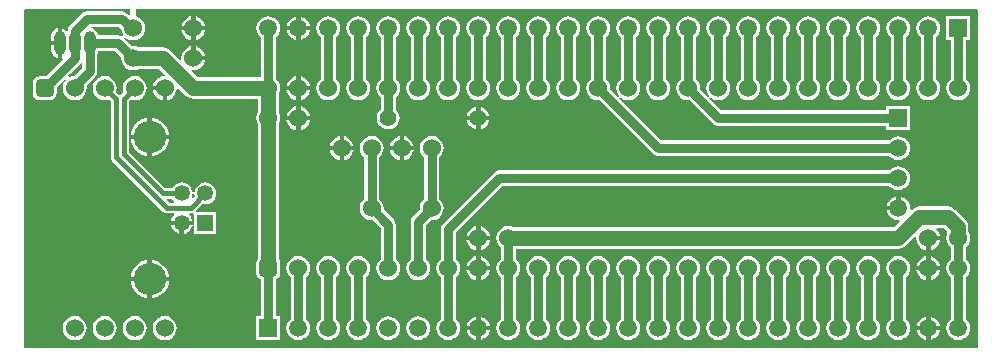
<source format=gtl>
G04*
G04 #@! TF.GenerationSoftware,Altium Limited,Altium Designer,20.0.10 (225)*
G04*
G04 Layer_Physical_Order=1*
G04 Layer_Color=255*
%FSLAX25Y25*%
%MOIN*%
G70*
G01*
G75*
%ADD25C,0.03000*%
%ADD26C,0.05000*%
%ADD27C,0.01500*%
%ADD28C,0.06000*%
G04:AMPARAMS|DCode=29|XSize=60mil|YSize=60mil|CornerRadius=15mil|HoleSize=0mil|Usage=FLASHONLY|Rotation=0.000|XOffset=0mil|YOffset=0mil|HoleType=Round|Shape=RoundedRectangle|*
%AMROUNDEDRECTD29*
21,1,0.06000,0.03000,0,0,0.0*
21,1,0.03000,0.06000,0,0,0.0*
1,1,0.03000,0.01500,-0.01500*
1,1,0.03000,-0.01500,-0.01500*
1,1,0.03000,-0.01500,0.01500*
1,1,0.03000,0.01500,0.01500*
%
%ADD29ROUNDEDRECTD29*%
%ADD30O,0.03937X0.07874*%
%ADD31O,0.03937X0.07874*%
%ADD32C,0.10827*%
%ADD33C,0.05315*%
%ADD34R,0.05315X0.05315*%
%ADD35C,0.05906*%
%ADD36R,0.05906X0.05906*%
%ADD37R,0.05906X0.05906*%
%ADD38C,0.05512*%
G36*
X33523Y107060D02*
X33603Y106456D01*
X34006Y105483D01*
X34094Y105368D01*
X34088Y105363D01*
X33956Y105261D01*
X33626Y104885D01*
X33481Y104851D01*
X33475Y104855D01*
X32500Y105049D01*
X25918D01*
X25892Y105244D01*
X25593Y105966D01*
X25117Y106586D01*
X24497Y107062D01*
X23775Y107361D01*
X23548Y107895D01*
X23587Y107951D01*
X32632D01*
X33523Y107060D01*
D02*
G37*
G36*
X20451Y95797D02*
Y94162D01*
X17796Y91508D01*
X16956Y91397D01*
X16202Y91085D01*
X15982Y91208D01*
X15897Y91792D01*
X16302Y92198D01*
X16302Y92198D01*
X19744Y95639D01*
X19951Y95949D01*
X20451Y95797D01*
D02*
G37*
G36*
X1999Y113977D02*
X2000Y113977D01*
X2000Y113977D01*
X36500D01*
Y112000D01*
X36000Y111793D01*
X35491Y112302D01*
X34664Y112855D01*
X33688Y113049D01*
X22000D01*
X21024Y112855D01*
X20198Y112302D01*
X16377Y108482D01*
X15824Y107655D01*
X15640Y106726D01*
X15508Y106652D01*
X15130Y106569D01*
X15117Y106586D01*
X14497Y107062D01*
X13775Y107361D01*
X13750Y107364D01*
Y102500D01*
Y97636D01*
X13775Y97639D01*
X13865Y97676D01*
X14148Y97253D01*
X12698Y95802D01*
X12698Y95802D01*
X8444Y91549D01*
X6500D01*
X5525Y91355D01*
X4698Y90802D01*
X4145Y89976D01*
X3951Y89000D01*
Y86000D01*
X4145Y85024D01*
X4698Y84198D01*
X5525Y83645D01*
X6500Y83451D01*
X9500D01*
X10475Y83645D01*
X11302Y84198D01*
X11855Y85024D01*
X12049Y86000D01*
Y87944D01*
X14712Y90608D01*
X15089Y90277D01*
X14506Y89517D01*
X14103Y88544D01*
X13965Y87500D01*
X14103Y86456D01*
X14506Y85483D01*
X15147Y84647D01*
X15983Y84006D01*
X16956Y83603D01*
X18000Y83465D01*
X19044Y83603D01*
X20017Y84006D01*
X20853Y84647D01*
X21494Y85483D01*
X21897Y86456D01*
X22035Y87500D01*
X21914Y88416D01*
X24802Y91304D01*
X25355Y92131D01*
X25549Y93107D01*
Y98977D01*
X25593Y99035D01*
X25892Y99757D01*
X25918Y99951D01*
X31444D01*
X33516Y97880D01*
X33465Y97500D01*
X33603Y96456D01*
X34006Y95483D01*
X34647Y94647D01*
X35483Y94006D01*
X36456Y93603D01*
X37500Y93466D01*
X38544Y93603D01*
X39430Y93970D01*
X46038D01*
X47993Y92015D01*
X47793Y91507D01*
X46956Y91397D01*
X45983Y90994D01*
X45147Y90353D01*
X44506Y89517D01*
X44103Y88544D01*
X44064Y88250D01*
X48000D01*
Y87500D01*
X48750D01*
Y83564D01*
X49044Y83603D01*
X50017Y84006D01*
X50853Y84647D01*
X51494Y85483D01*
X51897Y86456D01*
X52007Y87293D01*
X52515Y87493D01*
X55004Y85004D01*
X55735Y84443D01*
X56586Y84090D01*
X57500Y83970D01*
X57500Y83970D01*
X78970D01*
Y79430D01*
X78603Y78544D01*
X78465Y77500D01*
X78603Y76456D01*
X78970Y75570D01*
Y30461D01*
X78645Y29976D01*
X78451Y29000D01*
Y26000D01*
X78645Y25025D01*
X79198Y24198D01*
X79951Y23694D01*
Y11453D01*
X78547D01*
Y3547D01*
X86453D01*
Y11453D01*
X85049D01*
Y23694D01*
X85802Y24198D01*
X86355Y25025D01*
X86549Y26000D01*
Y29000D01*
X86355Y29976D01*
X86030Y30461D01*
Y75570D01*
X86397Y76456D01*
X86535Y77500D01*
X86397Y78544D01*
X86030Y79430D01*
Y85570D01*
X86397Y86456D01*
X86535Y87500D01*
X86397Y88544D01*
X85994Y89517D01*
X85353Y90353D01*
X85049Y90586D01*
Y104474D01*
X85319Y104681D01*
X85953Y105507D01*
X86351Y106468D01*
X86487Y107500D01*
X86351Y108532D01*
X85953Y109493D01*
X85319Y110319D01*
X84493Y110953D01*
X83532Y111351D01*
X82500Y111487D01*
X81468Y111351D01*
X80507Y110953D01*
X79681Y110319D01*
X79047Y109493D01*
X78649Y108532D01*
X78513Y107500D01*
X78649Y106468D01*
X79047Y105507D01*
X79681Y104681D01*
X79951Y104474D01*
Y91030D01*
X58962D01*
X56960Y93032D01*
X57194Y93506D01*
X57500Y93466D01*
X58544Y93603D01*
X59517Y94006D01*
X60353Y94647D01*
X60994Y95483D01*
X61397Y96456D01*
X61436Y96750D01*
X57500D01*
Y97500D01*
X56750D01*
Y101436D01*
X56456Y101397D01*
X55483Y100994D01*
X54647Y100353D01*
X54006Y99517D01*
X53603Y98544D01*
X53465Y97500D01*
X53506Y97194D01*
X53032Y96960D01*
X49996Y99996D01*
X49265Y100557D01*
X48414Y100910D01*
X47500Y101030D01*
X39430D01*
X38544Y101397D01*
X37500Y101534D01*
X37120Y101485D01*
X34392Y104212D01*
X34723Y104589D01*
X35483Y104006D01*
X36456Y103603D01*
X37500Y103465D01*
X38544Y103603D01*
X39517Y104006D01*
X40353Y104647D01*
X40994Y105483D01*
X41397Y106456D01*
X41535Y107500D01*
X41397Y108544D01*
X40994Y109517D01*
X40353Y110353D01*
X39517Y110994D01*
X38544Y111397D01*
X38500Y111403D01*
Y113977D01*
X318607Y113977D01*
X318636Y113957D01*
X318838Y113758D01*
X318986Y113527D01*
X318981Y113500D01*
X318980Y1020D01*
X1020D01*
X1020Y112999D01*
X1020Y113194D01*
X1169Y113554D01*
X1445Y113829D01*
X1805Y113977D01*
X1999Y113977D01*
D02*
G37*
%LPC*%
G36*
X93250Y111388D02*
Y108250D01*
X96388D01*
X96351Y108532D01*
X95953Y109493D01*
X95319Y110319D01*
X94493Y110953D01*
X93532Y111351D01*
X93250Y111388D01*
D02*
G37*
G36*
X58250Y111436D02*
Y108250D01*
X61436D01*
X61397Y108544D01*
X60994Y109517D01*
X60353Y110353D01*
X59517Y110994D01*
X58544Y111397D01*
X58250Y111436D01*
D02*
G37*
G36*
X56750D02*
X56456Y111397D01*
X55483Y110994D01*
X54647Y110353D01*
X54006Y109517D01*
X53603Y108544D01*
X53564Y108250D01*
X56750D01*
Y111436D01*
D02*
G37*
G36*
X91750Y111388D02*
X91468Y111351D01*
X90507Y110953D01*
X89681Y110319D01*
X89047Y109493D01*
X88649Y108532D01*
X88612Y108250D01*
X91750D01*
Y111388D01*
D02*
G37*
G36*
X96388Y106750D02*
X93250D01*
Y103612D01*
X93532Y103649D01*
X94493Y104047D01*
X95319Y104681D01*
X95953Y105507D01*
X96351Y106468D01*
X96388Y106750D01*
D02*
G37*
G36*
X91750D02*
X88612D01*
X88649Y106468D01*
X89047Y105507D01*
X89681Y104681D01*
X90507Y104047D01*
X91468Y103649D01*
X91750Y103612D01*
Y106750D01*
D02*
G37*
G36*
X61436D02*
X58250D01*
Y103564D01*
X58544Y103603D01*
X59517Y104006D01*
X60353Y104647D01*
X60994Y105483D01*
X61397Y106456D01*
X61436Y106750D01*
D02*
G37*
G36*
X56750D02*
X53564D01*
X53603Y106456D01*
X54006Y105483D01*
X54647Y104647D01*
X55483Y104006D01*
X56456Y103603D01*
X56750Y103564D01*
Y106750D01*
D02*
G37*
G36*
X12250Y107364D02*
X12225Y107361D01*
X11503Y107062D01*
X10883Y106586D01*
X10407Y105966D01*
X10108Y105243D01*
X10006Y104469D01*
Y103250D01*
X12250D01*
Y107364D01*
D02*
G37*
G36*
X58250Y101436D02*
Y98250D01*
X61436D01*
X61397Y98544D01*
X60994Y99517D01*
X60353Y100353D01*
X59517Y100994D01*
X58544Y101397D01*
X58250Y101436D01*
D02*
G37*
G36*
X12250Y101750D02*
X10006D01*
Y100531D01*
X10108Y99756D01*
X10407Y99034D01*
X10883Y98414D01*
X11503Y97939D01*
X12225Y97639D01*
X12250Y97636D01*
Y101750D01*
D02*
G37*
G36*
X93250Y91436D02*
Y88250D01*
X96436D01*
X96397Y88544D01*
X95994Y89517D01*
X95353Y90353D01*
X94517Y90994D01*
X93544Y91397D01*
X93250Y91436D01*
D02*
G37*
G36*
X91750D02*
X91456Y91397D01*
X90483Y90994D01*
X89647Y90353D01*
X89006Y89517D01*
X88603Y88544D01*
X88564Y88250D01*
X91750D01*
Y91436D01*
D02*
G37*
G36*
X38000Y91535D02*
X36956Y91397D01*
X35983Y90994D01*
X35147Y90353D01*
X34506Y89517D01*
X34103Y88544D01*
X33966Y87500D01*
X34103Y86456D01*
X34200Y86223D01*
X33000Y85023D01*
X31800Y86223D01*
X31897Y86456D01*
X32035Y87500D01*
X31897Y88544D01*
X31494Y89517D01*
X30853Y90353D01*
X30017Y90994D01*
X29044Y91397D01*
X28000Y91535D01*
X26956Y91397D01*
X25983Y90994D01*
X25147Y90353D01*
X24506Y89517D01*
X24103Y88544D01*
X23966Y87500D01*
X24103Y86456D01*
X24506Y85483D01*
X25147Y84647D01*
X25983Y84006D01*
X26956Y83603D01*
X28000Y83465D01*
X29044Y83603D01*
X29277Y83700D01*
X29966Y83011D01*
Y64482D01*
X30101Y63799D01*
X30488Y63221D01*
X31354Y62354D01*
X43738Y49971D01*
X43738Y49970D01*
X47471Y46238D01*
X48049Y45851D01*
X48732Y45716D01*
X50968D01*
X51129Y45242D01*
X51037Y45171D01*
X50451Y44407D01*
X50082Y43518D01*
X50055Y43313D01*
X53646D01*
X57236D01*
X57209Y43518D01*
X56840Y44407D01*
X56254Y45171D01*
X56162Y45242D01*
X56323Y45716D01*
X56614D01*
X57297Y45851D01*
X57362Y45895D01*
X57862Y45628D01*
Y38906D01*
X65177D01*
Y46220D01*
X58565D01*
X58358Y46720D01*
X60505Y48867D01*
X60565Y48842D01*
X61520Y48717D01*
X62475Y48842D01*
X63364Y49211D01*
X64128Y49797D01*
X64714Y50561D01*
X65083Y51451D01*
X65209Y52406D01*
X65083Y53360D01*
X64714Y54250D01*
X64128Y55014D01*
X63364Y55600D01*
X62475Y55969D01*
X61520Y56095D01*
X60565Y55969D01*
X59675Y55600D01*
X58911Y55014D01*
X58325Y54250D01*
X57956Y53360D01*
X57831Y52406D01*
X57956Y51451D01*
X57981Y51390D01*
X57544Y50953D01*
X57120Y51237D01*
X57209Y51451D01*
X57335Y52406D01*
X57209Y53360D01*
X56840Y54250D01*
X56254Y55014D01*
X55490Y55600D01*
X54601Y55969D01*
X53646Y56095D01*
X52691Y55969D01*
X51801Y55600D01*
X51037Y55014D01*
X50451Y54250D01*
X50426Y54190D01*
X48101D01*
X36034Y66257D01*
Y83011D01*
X36723Y83700D01*
X36956Y83603D01*
X38000Y83465D01*
X39044Y83603D01*
X40017Y84006D01*
X40853Y84647D01*
X41494Y85483D01*
X41897Y86456D01*
X42035Y87500D01*
X41897Y88544D01*
X41494Y89517D01*
X40853Y90353D01*
X40017Y90994D01*
X39044Y91397D01*
X38000Y91535D01*
D02*
G37*
G36*
X232500Y111487D02*
X231468Y111351D01*
X230507Y110953D01*
X229681Y110319D01*
X229047Y109493D01*
X228649Y108532D01*
X228513Y107500D01*
X228649Y106468D01*
X229047Y105507D01*
X229681Y104681D01*
X229951Y104474D01*
Y90586D01*
X229647Y90353D01*
X229006Y89517D01*
X228603Y88544D01*
X228466Y87500D01*
X228603Y86456D01*
X229006Y85483D01*
X229414Y84952D01*
X229589Y84723D01*
X229212Y84392D01*
X226484Y87120D01*
X226535Y87500D01*
X226397Y88544D01*
X225994Y89517D01*
X225353Y90353D01*
X225049Y90586D01*
Y104474D01*
X225319Y104681D01*
X225953Y105507D01*
X226351Y106468D01*
X226487Y107500D01*
X226351Y108532D01*
X225953Y109493D01*
X225319Y110319D01*
X224493Y110953D01*
X223532Y111351D01*
X222500Y111487D01*
X221468Y111351D01*
X220507Y110953D01*
X219681Y110319D01*
X219047Y109493D01*
X218649Y108532D01*
X218513Y107500D01*
X218649Y106468D01*
X219047Y105507D01*
X219681Y104681D01*
X219951Y104474D01*
Y90586D01*
X219647Y90353D01*
X219006Y89517D01*
X218603Y88544D01*
X218465Y87500D01*
X218603Y86456D01*
X219006Y85483D01*
X219647Y84647D01*
X220483Y84006D01*
X221456Y83603D01*
X222500Y83465D01*
X222880Y83516D01*
X230698Y75698D01*
X231524Y75145D01*
X232500Y74951D01*
X288547D01*
Y73547D01*
X296453D01*
Y81453D01*
X288547D01*
Y80049D01*
X233556D01*
X229392Y84212D01*
X229723Y84589D01*
X229952Y84413D01*
X230483Y84006D01*
X231456Y83603D01*
X232500Y83465D01*
X233544Y83603D01*
X234517Y84006D01*
X235353Y84647D01*
X235994Y85483D01*
X236397Y86456D01*
X236535Y87500D01*
X236397Y88544D01*
X235994Y89517D01*
X235353Y90353D01*
X235049Y90586D01*
Y104474D01*
X235319Y104681D01*
X235953Y105507D01*
X236351Y106468D01*
X236487Y107500D01*
X236351Y108532D01*
X235953Y109493D01*
X235319Y110319D01*
X234493Y110953D01*
X233532Y111351D01*
X232500Y111487D01*
D02*
G37*
G36*
X202500D02*
X201468Y111351D01*
X200507Y110953D01*
X199681Y110319D01*
X199047Y109493D01*
X198649Y108532D01*
X198513Y107500D01*
X198649Y106468D01*
X199047Y105507D01*
X199681Y104681D01*
X199951Y104474D01*
Y90586D01*
X199647Y90353D01*
X199006Y89517D01*
X198603Y88544D01*
X198466Y87500D01*
X198603Y86456D01*
X199006Y85483D01*
X199414Y84952D01*
X199589Y84723D01*
X199212Y84392D01*
X196484Y87120D01*
X196535Y87500D01*
X196397Y88544D01*
X195994Y89517D01*
X195353Y90353D01*
X195049Y90586D01*
Y104474D01*
X195319Y104681D01*
X195953Y105507D01*
X196351Y106468D01*
X196487Y107500D01*
X196351Y108532D01*
X195953Y109493D01*
X195319Y110319D01*
X194493Y110953D01*
X193532Y111351D01*
X192500Y111487D01*
X191468Y111351D01*
X190507Y110953D01*
X189681Y110319D01*
X189047Y109493D01*
X188649Y108532D01*
X188513Y107500D01*
X188649Y106468D01*
X189047Y105507D01*
X189681Y104681D01*
X189951Y104474D01*
Y90586D01*
X189647Y90353D01*
X189006Y89517D01*
X188603Y88544D01*
X188465Y87500D01*
X188603Y86456D01*
X189006Y85483D01*
X189647Y84647D01*
X190483Y84006D01*
X191456Y83603D01*
X192500Y83465D01*
X192880Y83516D01*
X210698Y65698D01*
X211525Y65145D01*
X212500Y64951D01*
X289474D01*
X289681Y64681D01*
X290507Y64047D01*
X291468Y63649D01*
X292500Y63513D01*
X293532Y63649D01*
X294493Y64047D01*
X295319Y64681D01*
X295953Y65507D01*
X296351Y66468D01*
X296487Y67500D01*
X296351Y68532D01*
X295953Y69493D01*
X295319Y70319D01*
X294493Y70953D01*
X293532Y71351D01*
X292500Y71487D01*
X291468Y71351D01*
X290507Y70953D01*
X289681Y70319D01*
X289474Y70049D01*
X213556D01*
X199392Y84212D01*
X199723Y84589D01*
X199952Y84413D01*
X200483Y84006D01*
X201456Y83603D01*
X202500Y83465D01*
X203544Y83603D01*
X204517Y84006D01*
X205353Y84647D01*
X205994Y85483D01*
X206397Y86456D01*
X206535Y87500D01*
X206397Y88544D01*
X205994Y89517D01*
X205353Y90353D01*
X205049Y90586D01*
Y104474D01*
X205319Y104681D01*
X205953Y105507D01*
X206351Y106468D01*
X206487Y107500D01*
X206351Y108532D01*
X205953Y109493D01*
X205319Y110319D01*
X204493Y110953D01*
X203532Y111351D01*
X202500Y111487D01*
D02*
G37*
G36*
X96436Y86750D02*
X93250D01*
Y83564D01*
X93544Y83603D01*
X94517Y84006D01*
X95353Y84647D01*
X95994Y85483D01*
X96397Y86456D01*
X96436Y86750D01*
D02*
G37*
G36*
X47250D02*
X44064D01*
X44103Y86456D01*
X44506Y85483D01*
X45147Y84647D01*
X45983Y84006D01*
X46956Y83603D01*
X47250Y83564D01*
Y86750D01*
D02*
G37*
G36*
X91750D02*
X88564D01*
X88603Y86456D01*
X89006Y85483D01*
X89647Y84647D01*
X90483Y84006D01*
X91456Y83603D01*
X91750Y83564D01*
Y86750D01*
D02*
G37*
G36*
X316453Y111453D02*
X308547D01*
Y103547D01*
X309951D01*
Y90586D01*
X309647Y90353D01*
X309006Y89517D01*
X308603Y88544D01*
X308466Y87500D01*
X308603Y86456D01*
X309006Y85483D01*
X309647Y84647D01*
X310483Y84006D01*
X311456Y83603D01*
X312500Y83465D01*
X313544Y83603D01*
X314517Y84006D01*
X315353Y84647D01*
X315994Y85483D01*
X316397Y86456D01*
X316534Y87500D01*
X316397Y88544D01*
X315994Y89517D01*
X315353Y90353D01*
X315049Y90586D01*
Y103547D01*
X316453D01*
Y111453D01*
D02*
G37*
G36*
X302500Y111487D02*
X301468Y111351D01*
X300507Y110953D01*
X299681Y110319D01*
X299047Y109493D01*
X298649Y108532D01*
X298513Y107500D01*
X298649Y106468D01*
X299047Y105507D01*
X299681Y104681D01*
X299951Y104474D01*
Y90586D01*
X299647Y90353D01*
X299006Y89517D01*
X298603Y88544D01*
X298465Y87500D01*
X298603Y86456D01*
X299006Y85483D01*
X299647Y84647D01*
X300483Y84006D01*
X301456Y83603D01*
X302500Y83465D01*
X303544Y83603D01*
X304517Y84006D01*
X305353Y84647D01*
X305994Y85483D01*
X306397Y86456D01*
X306535Y87500D01*
X306397Y88544D01*
X305994Y89517D01*
X305353Y90353D01*
X305049Y90586D01*
Y104474D01*
X305319Y104681D01*
X305953Y105507D01*
X306351Y106468D01*
X306487Y107500D01*
X306351Y108532D01*
X305953Y109493D01*
X305319Y110319D01*
X304493Y110953D01*
X303532Y111351D01*
X302500Y111487D01*
D02*
G37*
G36*
X292500D02*
X291468Y111351D01*
X290507Y110953D01*
X289681Y110319D01*
X289047Y109493D01*
X288649Y108532D01*
X288513Y107500D01*
X288649Y106468D01*
X289047Y105507D01*
X289681Y104681D01*
X289951Y104474D01*
Y90586D01*
X289647Y90353D01*
X289006Y89517D01*
X288603Y88544D01*
X288465Y87500D01*
X288603Y86456D01*
X289006Y85483D01*
X289647Y84647D01*
X290483Y84006D01*
X291456Y83603D01*
X292500Y83465D01*
X293544Y83603D01*
X294517Y84006D01*
X295353Y84647D01*
X295994Y85483D01*
X296397Y86456D01*
X296534Y87500D01*
X296397Y88544D01*
X295994Y89517D01*
X295353Y90353D01*
X295049Y90586D01*
Y104474D01*
X295319Y104681D01*
X295953Y105507D01*
X296351Y106468D01*
X296487Y107500D01*
X296351Y108532D01*
X295953Y109493D01*
X295319Y110319D01*
X294493Y110953D01*
X293532Y111351D01*
X292500Y111487D01*
D02*
G37*
G36*
X282500D02*
X281468Y111351D01*
X280507Y110953D01*
X279681Y110319D01*
X279047Y109493D01*
X278649Y108532D01*
X278513Y107500D01*
X278649Y106468D01*
X279047Y105507D01*
X279681Y104681D01*
X279951Y104474D01*
Y90586D01*
X279647Y90353D01*
X279006Y89517D01*
X278603Y88544D01*
X278466Y87500D01*
X278603Y86456D01*
X279006Y85483D01*
X279647Y84647D01*
X280483Y84006D01*
X281456Y83603D01*
X282500Y83465D01*
X283544Y83603D01*
X284517Y84006D01*
X285353Y84647D01*
X285994Y85483D01*
X286397Y86456D01*
X286535Y87500D01*
X286397Y88544D01*
X285994Y89517D01*
X285353Y90353D01*
X285049Y90586D01*
Y104474D01*
X285319Y104681D01*
X285953Y105507D01*
X286351Y106468D01*
X286487Y107500D01*
X286351Y108532D01*
X285953Y109493D01*
X285319Y110319D01*
X284493Y110953D01*
X283532Y111351D01*
X282500Y111487D01*
D02*
G37*
G36*
X272500D02*
X271468Y111351D01*
X270507Y110953D01*
X269681Y110319D01*
X269047Y109493D01*
X268649Y108532D01*
X268513Y107500D01*
X268649Y106468D01*
X269047Y105507D01*
X269681Y104681D01*
X269951Y104474D01*
Y90586D01*
X269647Y90353D01*
X269006Y89517D01*
X268603Y88544D01*
X268465Y87500D01*
X268603Y86456D01*
X269006Y85483D01*
X269647Y84647D01*
X270483Y84006D01*
X271456Y83603D01*
X272500Y83465D01*
X273544Y83603D01*
X274517Y84006D01*
X275353Y84647D01*
X275994Y85483D01*
X276397Y86456D01*
X276535Y87500D01*
X276397Y88544D01*
X275994Y89517D01*
X275353Y90353D01*
X275049Y90586D01*
Y104474D01*
X275319Y104681D01*
X275953Y105507D01*
X276351Y106468D01*
X276487Y107500D01*
X276351Y108532D01*
X275953Y109493D01*
X275319Y110319D01*
X274493Y110953D01*
X273532Y111351D01*
X272500Y111487D01*
D02*
G37*
G36*
X262500D02*
X261468Y111351D01*
X260507Y110953D01*
X259681Y110319D01*
X259047Y109493D01*
X258649Y108532D01*
X258513Y107500D01*
X258649Y106468D01*
X259047Y105507D01*
X259681Y104681D01*
X259951Y104474D01*
Y90586D01*
X259647Y90353D01*
X259006Y89517D01*
X258603Y88544D01*
X258466Y87500D01*
X258603Y86456D01*
X259006Y85483D01*
X259647Y84647D01*
X260483Y84006D01*
X261456Y83603D01*
X262500Y83465D01*
X263544Y83603D01*
X264517Y84006D01*
X265353Y84647D01*
X265994Y85483D01*
X266397Y86456D01*
X266534Y87500D01*
X266397Y88544D01*
X265994Y89517D01*
X265353Y90353D01*
X265049Y90586D01*
Y104474D01*
X265319Y104681D01*
X265953Y105507D01*
X266351Y106468D01*
X266487Y107500D01*
X266351Y108532D01*
X265953Y109493D01*
X265319Y110319D01*
X264493Y110953D01*
X263532Y111351D01*
X262500Y111487D01*
D02*
G37*
G36*
X252500D02*
X251468Y111351D01*
X250507Y110953D01*
X249681Y110319D01*
X249047Y109493D01*
X248649Y108532D01*
X248513Y107500D01*
X248649Y106468D01*
X249047Y105507D01*
X249681Y104681D01*
X249951Y104474D01*
Y90586D01*
X249647Y90353D01*
X249006Y89517D01*
X248603Y88544D01*
X248465Y87500D01*
X248603Y86456D01*
X249006Y85483D01*
X249647Y84647D01*
X250483Y84006D01*
X251456Y83603D01*
X252500Y83465D01*
X253544Y83603D01*
X254517Y84006D01*
X255353Y84647D01*
X255994Y85483D01*
X256397Y86456D01*
X256535Y87500D01*
X256397Y88544D01*
X255994Y89517D01*
X255353Y90353D01*
X255049Y90586D01*
Y104474D01*
X255319Y104681D01*
X255953Y105507D01*
X256351Y106468D01*
X256487Y107500D01*
X256351Y108532D01*
X255953Y109493D01*
X255319Y110319D01*
X254493Y110953D01*
X253532Y111351D01*
X252500Y111487D01*
D02*
G37*
G36*
X242500D02*
X241468Y111351D01*
X240507Y110953D01*
X239681Y110319D01*
X239047Y109493D01*
X238649Y108532D01*
X238513Y107500D01*
X238649Y106468D01*
X239047Y105507D01*
X239681Y104681D01*
X239951Y104474D01*
Y90586D01*
X239647Y90353D01*
X239006Y89517D01*
X238603Y88544D01*
X238465Y87500D01*
X238603Y86456D01*
X239006Y85483D01*
X239647Y84647D01*
X240483Y84006D01*
X241456Y83603D01*
X242500Y83465D01*
X243544Y83603D01*
X244517Y84006D01*
X245353Y84647D01*
X245994Y85483D01*
X246397Y86456D01*
X246534Y87500D01*
X246397Y88544D01*
X245994Y89517D01*
X245353Y90353D01*
X245049Y90586D01*
Y104474D01*
X245319Y104681D01*
X245953Y105507D01*
X246351Y106468D01*
X246487Y107500D01*
X246351Y108532D01*
X245953Y109493D01*
X245319Y110319D01*
X244493Y110953D01*
X243532Y111351D01*
X242500Y111487D01*
D02*
G37*
G36*
X212500D02*
X211468Y111351D01*
X210507Y110953D01*
X209681Y110319D01*
X209047Y109493D01*
X208649Y108532D01*
X208513Y107500D01*
X208649Y106468D01*
X209047Y105507D01*
X209681Y104681D01*
X209951Y104474D01*
Y90586D01*
X209647Y90353D01*
X209006Y89517D01*
X208603Y88544D01*
X208466Y87500D01*
X208603Y86456D01*
X209006Y85483D01*
X209647Y84647D01*
X210483Y84006D01*
X211456Y83603D01*
X212500Y83465D01*
X213544Y83603D01*
X214517Y84006D01*
X215353Y84647D01*
X215994Y85483D01*
X216397Y86456D01*
X216534Y87500D01*
X216397Y88544D01*
X215994Y89517D01*
X215353Y90353D01*
X215049Y90586D01*
Y104474D01*
X215319Y104681D01*
X215953Y105507D01*
X216351Y106468D01*
X216487Y107500D01*
X216351Y108532D01*
X215953Y109493D01*
X215319Y110319D01*
X214493Y110953D01*
X213532Y111351D01*
X212500Y111487D01*
D02*
G37*
G36*
X182500D02*
X181468Y111351D01*
X180507Y110953D01*
X179681Y110319D01*
X179047Y109493D01*
X178649Y108532D01*
X178513Y107500D01*
X178649Y106468D01*
X179047Y105507D01*
X179681Y104681D01*
X179951Y104474D01*
Y90586D01*
X179647Y90353D01*
X179006Y89517D01*
X178603Y88544D01*
X178465Y87500D01*
X178603Y86456D01*
X179006Y85483D01*
X179647Y84647D01*
X180483Y84006D01*
X181456Y83603D01*
X182500Y83465D01*
X183544Y83603D01*
X184517Y84006D01*
X185353Y84647D01*
X185994Y85483D01*
X186397Y86456D01*
X186535Y87500D01*
X186397Y88544D01*
X185994Y89517D01*
X185353Y90353D01*
X185049Y90586D01*
Y104474D01*
X185319Y104681D01*
X185953Y105507D01*
X186351Y106468D01*
X186487Y107500D01*
X186351Y108532D01*
X185953Y109493D01*
X185319Y110319D01*
X184493Y110953D01*
X183532Y111351D01*
X182500Y111487D01*
D02*
G37*
G36*
X172500D02*
X171468Y111351D01*
X170507Y110953D01*
X169681Y110319D01*
X169047Y109493D01*
X168649Y108532D01*
X168513Y107500D01*
X168649Y106468D01*
X169047Y105507D01*
X169681Y104681D01*
X169951Y104474D01*
Y90586D01*
X169647Y90353D01*
X169006Y89517D01*
X168603Y88544D01*
X168465Y87500D01*
X168603Y86456D01*
X169006Y85483D01*
X169647Y84647D01*
X170483Y84006D01*
X171456Y83603D01*
X172500Y83465D01*
X173544Y83603D01*
X174517Y84006D01*
X175353Y84647D01*
X175994Y85483D01*
X176397Y86456D01*
X176534Y87500D01*
X176397Y88544D01*
X175994Y89517D01*
X175353Y90353D01*
X175049Y90586D01*
Y104474D01*
X175319Y104681D01*
X175953Y105507D01*
X176351Y106468D01*
X176487Y107500D01*
X176351Y108532D01*
X175953Y109493D01*
X175319Y110319D01*
X174493Y110953D01*
X173532Y111351D01*
X172500Y111487D01*
D02*
G37*
G36*
X162500D02*
X161468Y111351D01*
X160507Y110953D01*
X159681Y110319D01*
X159047Y109493D01*
X158649Y108532D01*
X158513Y107500D01*
X158649Y106468D01*
X159047Y105507D01*
X159681Y104681D01*
X159951Y104474D01*
Y90586D01*
X159647Y90353D01*
X159006Y89517D01*
X158603Y88544D01*
X158466Y87500D01*
X158603Y86456D01*
X159006Y85483D01*
X159647Y84647D01*
X160483Y84006D01*
X161456Y83603D01*
X162500Y83465D01*
X163544Y83603D01*
X164517Y84006D01*
X165353Y84647D01*
X165994Y85483D01*
X166397Y86456D01*
X166534Y87500D01*
X166397Y88544D01*
X165994Y89517D01*
X165353Y90353D01*
X165049Y90586D01*
Y104474D01*
X165319Y104681D01*
X165953Y105507D01*
X166351Y106468D01*
X166487Y107500D01*
X166351Y108532D01*
X165953Y109493D01*
X165319Y110319D01*
X164493Y110953D01*
X163532Y111351D01*
X162500Y111487D01*
D02*
G37*
G36*
X152500D02*
X151468Y111351D01*
X150507Y110953D01*
X149681Y110319D01*
X149047Y109493D01*
X148649Y108532D01*
X148513Y107500D01*
X148649Y106468D01*
X149047Y105507D01*
X149681Y104681D01*
X149951Y104474D01*
Y90586D01*
X149647Y90353D01*
X149006Y89517D01*
X148603Y88544D01*
X148466Y87500D01*
X148603Y86456D01*
X149006Y85483D01*
X149647Y84647D01*
X150483Y84006D01*
X151456Y83603D01*
X152500Y83465D01*
X153544Y83603D01*
X154517Y84006D01*
X155353Y84647D01*
X155994Y85483D01*
X156397Y86456D01*
X156535Y87500D01*
X156397Y88544D01*
X155994Y89517D01*
X155353Y90353D01*
X155049Y90586D01*
Y104474D01*
X155319Y104681D01*
X155953Y105507D01*
X156351Y106468D01*
X156487Y107500D01*
X156351Y108532D01*
X155953Y109493D01*
X155319Y110319D01*
X154493Y110953D01*
X153532Y111351D01*
X152500Y111487D01*
D02*
G37*
G36*
X142500D02*
X141468Y111351D01*
X140507Y110953D01*
X139681Y110319D01*
X139047Y109493D01*
X138649Y108532D01*
X138513Y107500D01*
X138649Y106468D01*
X139047Y105507D01*
X139681Y104681D01*
X139951Y104474D01*
Y90586D01*
X139647Y90353D01*
X139006Y89517D01*
X138603Y88544D01*
X138465Y87500D01*
X138603Y86456D01*
X139006Y85483D01*
X139647Y84647D01*
X140483Y84006D01*
X141456Y83603D01*
X142500Y83465D01*
X143544Y83603D01*
X144517Y84006D01*
X145353Y84647D01*
X145994Y85483D01*
X146397Y86456D01*
X146535Y87500D01*
X146397Y88544D01*
X145994Y89517D01*
X145353Y90353D01*
X145049Y90586D01*
Y104474D01*
X145319Y104681D01*
X145953Y105507D01*
X146351Y106468D01*
X146487Y107500D01*
X146351Y108532D01*
X145953Y109493D01*
X145319Y110319D01*
X144493Y110953D01*
X143532Y111351D01*
X142500Y111487D01*
D02*
G37*
G36*
X132500D02*
X131468Y111351D01*
X130507Y110953D01*
X129681Y110319D01*
X129047Y109493D01*
X128649Y108532D01*
X128513Y107500D01*
X128649Y106468D01*
X129047Y105507D01*
X129681Y104681D01*
X129951Y104474D01*
Y90586D01*
X129647Y90353D01*
X129006Y89517D01*
X128603Y88544D01*
X128465Y87500D01*
X128603Y86456D01*
X129006Y85483D01*
X129647Y84647D01*
X130483Y84006D01*
X131456Y83603D01*
X132500Y83465D01*
X133544Y83603D01*
X134517Y84006D01*
X135353Y84647D01*
X135994Y85483D01*
X136397Y86456D01*
X136535Y87500D01*
X136397Y88544D01*
X135994Y89517D01*
X135353Y90353D01*
X135049Y90586D01*
Y104474D01*
X135319Y104681D01*
X135953Y105507D01*
X136351Y106468D01*
X136487Y107500D01*
X136351Y108532D01*
X135953Y109493D01*
X135319Y110319D01*
X134493Y110953D01*
X133532Y111351D01*
X132500Y111487D01*
D02*
G37*
G36*
X112500D02*
X111468Y111351D01*
X110507Y110953D01*
X109681Y110319D01*
X109047Y109493D01*
X108649Y108532D01*
X108513Y107500D01*
X108649Y106468D01*
X109047Y105507D01*
X109681Y104681D01*
X109951Y104474D01*
Y90586D01*
X109647Y90353D01*
X109006Y89517D01*
X108603Y88544D01*
X108466Y87500D01*
X108603Y86456D01*
X109006Y85483D01*
X109647Y84647D01*
X110483Y84006D01*
X111456Y83603D01*
X112500Y83465D01*
X113544Y83603D01*
X114517Y84006D01*
X115353Y84647D01*
X115994Y85483D01*
X116397Y86456D01*
X116534Y87500D01*
X116397Y88544D01*
X115994Y89517D01*
X115353Y90353D01*
X115049Y90586D01*
Y104474D01*
X115319Y104681D01*
X115953Y105507D01*
X116351Y106468D01*
X116487Y107500D01*
X116351Y108532D01*
X115953Y109493D01*
X115319Y110319D01*
X114493Y110953D01*
X113532Y111351D01*
X112500Y111487D01*
D02*
G37*
G36*
X102500D02*
X101468Y111351D01*
X100507Y110953D01*
X99681Y110319D01*
X99047Y109493D01*
X98649Y108532D01*
X98513Y107500D01*
X98649Y106468D01*
X99047Y105507D01*
X99681Y104681D01*
X99951Y104474D01*
Y90586D01*
X99647Y90353D01*
X99006Y89517D01*
X98603Y88544D01*
X98466Y87500D01*
X98603Y86456D01*
X99006Y85483D01*
X99647Y84647D01*
X100483Y84006D01*
X101456Y83603D01*
X102500Y83465D01*
X103544Y83603D01*
X104517Y84006D01*
X105353Y84647D01*
X105994Y85483D01*
X106397Y86456D01*
X106535Y87500D01*
X106397Y88544D01*
X105994Y89517D01*
X105353Y90353D01*
X105049Y90586D01*
Y104474D01*
X105319Y104681D01*
X105953Y105507D01*
X106351Y106468D01*
X106487Y107500D01*
X106351Y108532D01*
X105953Y109493D01*
X105319Y110319D01*
X104493Y110953D01*
X103532Y111351D01*
X102500Y111487D01*
D02*
G37*
G36*
X93250Y81436D02*
Y78250D01*
X96436D01*
X96397Y78544D01*
X95994Y79517D01*
X95353Y80353D01*
X94517Y80994D01*
X93544Y81397D01*
X93250Y81436D01*
D02*
G37*
G36*
X153250Y81190D02*
Y78250D01*
X156190D01*
X156159Y78480D01*
X155781Y79394D01*
X155179Y80179D01*
X154394Y80781D01*
X153481Y81159D01*
X153250Y81190D01*
D02*
G37*
G36*
X151750D02*
X151520Y81159D01*
X150606Y80781D01*
X149821Y80179D01*
X149219Y79394D01*
X148841Y78480D01*
X148810Y78250D01*
X151750D01*
Y81190D01*
D02*
G37*
G36*
X91750Y81436D02*
X91456Y81397D01*
X90483Y80994D01*
X89647Y80353D01*
X89006Y79517D01*
X88603Y78544D01*
X88564Y78250D01*
X91750D01*
Y81436D01*
D02*
G37*
G36*
X156190Y76750D02*
X153250D01*
Y73810D01*
X153481Y73841D01*
X154394Y74219D01*
X155179Y74821D01*
X155781Y75606D01*
X156159Y76520D01*
X156190Y76750D01*
D02*
G37*
G36*
X151750D02*
X148810D01*
X148841Y76520D01*
X149219Y75606D01*
X149821Y74821D01*
X150606Y74219D01*
X151520Y73841D01*
X151750Y73810D01*
Y76750D01*
D02*
G37*
G36*
X122500Y111487D02*
X121468Y111351D01*
X120507Y110953D01*
X119681Y110319D01*
X119047Y109493D01*
X118649Y108532D01*
X118513Y107500D01*
X118649Y106468D01*
X119047Y105507D01*
X119681Y104681D01*
X119951Y104474D01*
Y90586D01*
X119647Y90353D01*
X119006Y89517D01*
X118603Y88544D01*
X118465Y87500D01*
X118603Y86456D01*
X119006Y85483D01*
X119647Y84647D01*
X119951Y84414D01*
Y80278D01*
X119821Y80179D01*
X119219Y79394D01*
X118841Y78480D01*
X118712Y77500D01*
X118841Y76520D01*
X119219Y75606D01*
X119821Y74821D01*
X120606Y74219D01*
X121519Y73841D01*
X122500Y73712D01*
X123480Y73841D01*
X124394Y74219D01*
X125179Y74821D01*
X125781Y75606D01*
X126159Y76520D01*
X126288Y77500D01*
X126159Y78480D01*
X125781Y79394D01*
X125179Y80179D01*
X125049Y80278D01*
Y84414D01*
X125353Y84647D01*
X125994Y85483D01*
X126397Y86456D01*
X126534Y87500D01*
X126397Y88544D01*
X125994Y89517D01*
X125353Y90353D01*
X125049Y90586D01*
Y104474D01*
X125319Y104681D01*
X125953Y105507D01*
X126351Y106468D01*
X126487Y107500D01*
X126351Y108532D01*
X125953Y109493D01*
X125319Y110319D01*
X124493Y110953D01*
X123532Y111351D01*
X122500Y111487D01*
D02*
G37*
G36*
X96436Y76750D02*
X93250D01*
Y73564D01*
X93544Y73603D01*
X94517Y74006D01*
X95353Y74647D01*
X95994Y75483D01*
X96397Y76456D01*
X96436Y76750D01*
D02*
G37*
G36*
X91750D02*
X88564D01*
X88603Y76456D01*
X89006Y75483D01*
X89647Y74647D01*
X90483Y74006D01*
X91456Y73603D01*
X91750Y73564D01*
Y76750D01*
D02*
G37*
G36*
X43726Y77556D02*
Y71935D01*
X49347D01*
X49297Y72442D01*
X48930Y73651D01*
X48335Y74765D01*
X47533Y75742D01*
X46557Y76543D01*
X45443Y77139D01*
X44234Y77506D01*
X43726Y77556D01*
D02*
G37*
G36*
X42226D02*
X41719Y77506D01*
X40510Y77139D01*
X39396Y76543D01*
X38419Y75742D01*
X37618Y74765D01*
X37023Y73651D01*
X36656Y72442D01*
X36606Y71935D01*
X42226D01*
Y77556D01*
D02*
G37*
G36*
X127750Y71436D02*
Y68250D01*
X130936D01*
X130897Y68544D01*
X130494Y69517D01*
X129853Y70353D01*
X129017Y70994D01*
X128044Y71397D01*
X127750Y71436D01*
D02*
G37*
G36*
X107750D02*
Y68250D01*
X110936D01*
X110897Y68544D01*
X110494Y69517D01*
X109853Y70353D01*
X109017Y70994D01*
X108044Y71397D01*
X107750Y71436D01*
D02*
G37*
G36*
X126250D02*
X125956Y71397D01*
X124983Y70994D01*
X124147Y70353D01*
X123506Y69517D01*
X123103Y68544D01*
X123064Y68250D01*
X126250D01*
Y71436D01*
D02*
G37*
G36*
X106250D02*
X105956Y71397D01*
X104983Y70994D01*
X104147Y70353D01*
X103506Y69517D01*
X103103Y68544D01*
X103064Y68250D01*
X106250D01*
Y71436D01*
D02*
G37*
G36*
X49347Y70435D02*
X43726D01*
Y64815D01*
X44234Y64864D01*
X45443Y65231D01*
X46557Y65827D01*
X47533Y66628D01*
X48335Y67605D01*
X48930Y68719D01*
X49297Y69928D01*
X49347Y70435D01*
D02*
G37*
G36*
X42226D02*
X36606D01*
X36656Y69928D01*
X37023Y68719D01*
X37618Y67605D01*
X38419Y66628D01*
X39396Y65827D01*
X40510Y65231D01*
X41719Y64864D01*
X42226Y64815D01*
Y70435D01*
D02*
G37*
G36*
X130936Y66750D02*
X127750D01*
Y63564D01*
X128044Y63603D01*
X129017Y64006D01*
X129853Y64647D01*
X130494Y65483D01*
X130897Y66456D01*
X130936Y66750D01*
D02*
G37*
G36*
X110936D02*
X107750D01*
Y63564D01*
X108044Y63603D01*
X109017Y64006D01*
X109853Y64647D01*
X110494Y65483D01*
X110897Y66456D01*
X110936Y66750D01*
D02*
G37*
G36*
X126250D02*
X123064D01*
X123103Y66456D01*
X123506Y65483D01*
X124147Y64647D01*
X124983Y64006D01*
X125956Y63603D01*
X126250Y63564D01*
Y66750D01*
D02*
G37*
G36*
X106250D02*
X103064D01*
X103103Y66456D01*
X103506Y65483D01*
X104147Y64647D01*
X104983Y64006D01*
X105956Y63603D01*
X106250Y63564D01*
Y66750D01*
D02*
G37*
G36*
X292500Y61487D02*
X291468Y61351D01*
X290507Y60953D01*
X289681Y60319D01*
X289474Y60049D01*
X159500D01*
X158525Y59855D01*
X157698Y59302D01*
X140698Y42302D01*
X140145Y41475D01*
X139951Y40500D01*
Y30586D01*
X139647Y30353D01*
X139006Y29517D01*
X138603Y28544D01*
X138465Y27500D01*
X138603Y26456D01*
X139006Y25483D01*
X139647Y24647D01*
X139951Y24414D01*
Y10526D01*
X139681Y10319D01*
X139047Y9493D01*
X138649Y8532D01*
X138513Y7500D01*
X138649Y6468D01*
X139047Y5507D01*
X139681Y4681D01*
X140507Y4047D01*
X141468Y3649D01*
X142500Y3513D01*
X143532Y3649D01*
X144493Y4047D01*
X145319Y4681D01*
X145953Y5507D01*
X146351Y6468D01*
X146487Y7500D01*
X146351Y8532D01*
X145953Y9493D01*
X145319Y10319D01*
X145049Y10526D01*
Y24414D01*
X145353Y24647D01*
X145994Y25483D01*
X146397Y26456D01*
X146535Y27500D01*
X146397Y28544D01*
X145994Y29517D01*
X145353Y30353D01*
X145049Y30586D01*
Y39444D01*
X160556Y54951D01*
X289474D01*
X289681Y54681D01*
X290507Y54047D01*
X291468Y53649D01*
X292500Y53513D01*
X293532Y53649D01*
X294493Y54047D01*
X295319Y54681D01*
X295953Y55507D01*
X296351Y56468D01*
X296487Y57500D01*
X296351Y58532D01*
X295953Y59493D01*
X295319Y60319D01*
X294493Y60953D01*
X293532Y61351D01*
X292500Y61487D01*
D02*
G37*
G36*
X291750Y51388D02*
X291468Y51351D01*
X290507Y50953D01*
X289681Y50319D01*
X289047Y49493D01*
X288649Y48532D01*
X288612Y48250D01*
X291750D01*
Y51388D01*
D02*
G37*
G36*
X137000Y71535D02*
X135956Y71397D01*
X134983Y70994D01*
X134147Y70353D01*
X133506Y69517D01*
X133103Y68544D01*
X132966Y67500D01*
X133103Y66456D01*
X133506Y65483D01*
X134147Y64647D01*
X134451Y64414D01*
Y50586D01*
X134147Y50353D01*
X133506Y49517D01*
X133103Y48544D01*
X132966Y47500D01*
X133016Y47120D01*
X130698Y44802D01*
X130145Y43975D01*
X129951Y43000D01*
Y30586D01*
X129647Y30353D01*
X129006Y29517D01*
X128603Y28544D01*
X128465Y27500D01*
X128603Y26456D01*
X129006Y25483D01*
X129647Y24647D01*
X130483Y24006D01*
X131456Y23603D01*
X132500Y23465D01*
X133544Y23603D01*
X134517Y24006D01*
X135353Y24647D01*
X135994Y25483D01*
X136397Y26456D01*
X136535Y27500D01*
X136397Y28544D01*
X135994Y29517D01*
X135353Y30353D01*
X135049Y30586D01*
Y41944D01*
X136620Y43516D01*
X137000Y43466D01*
X138044Y43603D01*
X139017Y44006D01*
X139853Y44647D01*
X140494Y45483D01*
X140897Y46456D01*
X141034Y47500D01*
X140897Y48544D01*
X140494Y49517D01*
X139853Y50353D01*
X139549Y50586D01*
Y64414D01*
X139853Y64647D01*
X140494Y65483D01*
X140897Y66456D01*
X141034Y67500D01*
X140897Y68544D01*
X140494Y69517D01*
X139853Y70353D01*
X139017Y70994D01*
X138044Y71397D01*
X137000Y71535D01*
D02*
G37*
G36*
X293250Y51388D02*
Y47500D01*
X292500D01*
Y46750D01*
X288612D01*
X288649Y46468D01*
X289047Y45507D01*
X289681Y44681D01*
X290507Y44047D01*
X291468Y43649D01*
X292500Y43513D01*
X292861Y43561D01*
X293095Y43087D01*
X291038Y41030D01*
X164430D01*
X163544Y41397D01*
X162500Y41535D01*
X161456Y41397D01*
X160483Y40994D01*
X159647Y40353D01*
X159006Y39517D01*
X158603Y38544D01*
X158466Y37500D01*
X158603Y36456D01*
X159006Y35483D01*
X159647Y34647D01*
X159951Y34414D01*
Y30586D01*
X159647Y30353D01*
X159006Y29517D01*
X158603Y28544D01*
X158466Y27500D01*
X158603Y26456D01*
X159006Y25483D01*
X159647Y24647D01*
X159951Y24414D01*
Y10526D01*
X159681Y10319D01*
X159047Y9493D01*
X158649Y8532D01*
X158513Y7500D01*
X158649Y6468D01*
X159047Y5507D01*
X159681Y4681D01*
X160507Y4047D01*
X161468Y3649D01*
X162500Y3513D01*
X163532Y3649D01*
X164493Y4047D01*
X165319Y4681D01*
X165953Y5507D01*
X166351Y6468D01*
X166487Y7500D01*
X166351Y8532D01*
X165953Y9493D01*
X165319Y10319D01*
X165049Y10526D01*
Y24414D01*
X165353Y24647D01*
X165994Y25483D01*
X166397Y26456D01*
X166534Y27500D01*
X166397Y28544D01*
X165994Y29517D01*
X165353Y30353D01*
X165049Y30586D01*
Y33970D01*
X292500D01*
X293414Y34090D01*
X294265Y34443D01*
X294996Y35004D01*
X298032Y38040D01*
X298506Y37806D01*
X298465Y37500D01*
X298603Y36456D01*
X299006Y35483D01*
X299647Y34647D01*
X300483Y34006D01*
X301456Y33603D01*
X301750Y33564D01*
Y37500D01*
X302500D01*
Y38250D01*
X306436D01*
X306397Y38544D01*
X305994Y39517D01*
X305353Y40353D01*
X305166Y40496D01*
X305327Y40970D01*
X307609D01*
X308779Y39800D01*
Y38968D01*
X308603Y38544D01*
X308466Y37500D01*
X308603Y36456D01*
X309006Y35483D01*
X309647Y34647D01*
X309951Y34414D01*
Y30586D01*
X309647Y30353D01*
X309006Y29517D01*
X308603Y28544D01*
X308466Y27500D01*
X308603Y26456D01*
X309006Y25483D01*
X309647Y24647D01*
X309951Y24414D01*
Y10526D01*
X309681Y10319D01*
X309047Y9493D01*
X308649Y8532D01*
X308513Y7500D01*
X308649Y6468D01*
X309047Y5507D01*
X309681Y4681D01*
X310507Y4047D01*
X311468Y3649D01*
X312500Y3513D01*
X313532Y3649D01*
X314493Y4047D01*
X315319Y4681D01*
X315953Y5507D01*
X316351Y6468D01*
X316487Y7500D01*
X316351Y8532D01*
X315953Y9493D01*
X315319Y10319D01*
X315049Y10526D01*
Y24414D01*
X315353Y24647D01*
X315994Y25483D01*
X316397Y26456D01*
X316534Y27500D01*
X316397Y28544D01*
X315994Y29517D01*
X315353Y30353D01*
X315049Y30586D01*
Y34414D01*
X315353Y34647D01*
X315994Y35483D01*
X316397Y36456D01*
X316534Y37500D01*
X316397Y38544D01*
X315994Y39517D01*
X315839Y39719D01*
Y41262D01*
X315719Y42176D01*
X315366Y43027D01*
X314805Y43759D01*
X311567Y46996D01*
X310836Y47557D01*
X309985Y47910D01*
X309071Y48030D01*
X299500D01*
X298586Y47910D01*
X297735Y47557D01*
X297004Y46996D01*
X297004Y46996D01*
X296913Y46905D01*
X296439Y47139D01*
X296487Y47500D01*
X296351Y48532D01*
X295953Y49493D01*
X295319Y50319D01*
X294493Y50953D01*
X293532Y51351D01*
X293250Y51388D01*
D02*
G37*
G36*
X57236Y41813D02*
X54396D01*
Y38973D01*
X54601Y39000D01*
X55490Y39368D01*
X56254Y39954D01*
X56840Y40718D01*
X57209Y41608D01*
X57236Y41813D01*
D02*
G37*
G36*
X52896D02*
X50055D01*
X50082Y41608D01*
X50451Y40718D01*
X51037Y39954D01*
X51801Y39368D01*
X52691Y39000D01*
X52896Y38973D01*
Y41813D01*
D02*
G37*
G36*
X153250Y41436D02*
Y38250D01*
X156436D01*
X156397Y38544D01*
X155994Y39517D01*
X155353Y40353D01*
X154517Y40994D01*
X153544Y41397D01*
X153250Y41436D01*
D02*
G37*
G36*
X151750D02*
X151456Y41397D01*
X150483Y40994D01*
X149647Y40353D01*
X149006Y39517D01*
X148603Y38544D01*
X148564Y38250D01*
X151750D01*
Y41436D01*
D02*
G37*
G36*
X306436Y36750D02*
X303250D01*
Y33564D01*
X303544Y33603D01*
X304517Y34006D01*
X305353Y34647D01*
X305994Y35483D01*
X306397Y36456D01*
X306436Y36750D01*
D02*
G37*
G36*
X156436D02*
X153250D01*
Y33564D01*
X153544Y33603D01*
X154517Y34006D01*
X155353Y34647D01*
X155994Y35483D01*
X156397Y36456D01*
X156436Y36750D01*
D02*
G37*
G36*
X151750D02*
X148564D01*
X148603Y36456D01*
X149006Y35483D01*
X149647Y34647D01*
X150483Y34006D01*
X151456Y33603D01*
X151750Y33564D01*
Y36750D01*
D02*
G37*
G36*
X303250Y31436D02*
Y28250D01*
X306436D01*
X306397Y28544D01*
X305994Y29517D01*
X305353Y30353D01*
X304517Y30994D01*
X303544Y31397D01*
X303250Y31436D01*
D02*
G37*
G36*
X301750D02*
X301456Y31397D01*
X300483Y30994D01*
X299647Y30353D01*
X299006Y29517D01*
X298603Y28544D01*
X298564Y28250D01*
X301750D01*
Y31436D01*
D02*
G37*
G36*
X153250D02*
Y28250D01*
X156436D01*
X156397Y28544D01*
X155994Y29517D01*
X155353Y30353D01*
X154517Y30994D01*
X153544Y31397D01*
X153250Y31436D01*
D02*
G37*
G36*
X151750D02*
X151456Y31397D01*
X150483Y30994D01*
X149647Y30353D01*
X149006Y29517D01*
X148603Y28544D01*
X148564Y28250D01*
X151750D01*
Y31436D01*
D02*
G37*
G36*
X43726Y30154D02*
Y24533D01*
X49347D01*
X49297Y25041D01*
X48930Y26250D01*
X48335Y27364D01*
X47533Y28340D01*
X46557Y29142D01*
X45443Y29737D01*
X44234Y30104D01*
X43726Y30154D01*
D02*
G37*
G36*
X42226D02*
X41719Y30104D01*
X40510Y29737D01*
X39396Y29142D01*
X38419Y28340D01*
X37618Y27364D01*
X37023Y26250D01*
X36656Y25041D01*
X36606Y24533D01*
X42226D01*
Y30154D01*
D02*
G37*
G36*
X306436Y26750D02*
X303250D01*
Y23564D01*
X303544Y23603D01*
X304517Y24006D01*
X305353Y24647D01*
X305994Y25483D01*
X306397Y26456D01*
X306436Y26750D01*
D02*
G37*
G36*
X301750D02*
X298564D01*
X298603Y26456D01*
X299006Y25483D01*
X299647Y24647D01*
X300483Y24006D01*
X301456Y23603D01*
X301750Y23564D01*
Y26750D01*
D02*
G37*
G36*
X156436D02*
X153250D01*
Y23564D01*
X153544Y23603D01*
X154517Y24006D01*
X155353Y24647D01*
X155994Y25483D01*
X156397Y26456D01*
X156436Y26750D01*
D02*
G37*
G36*
X151750D02*
X148564D01*
X148603Y26456D01*
X149006Y25483D01*
X149647Y24647D01*
X150483Y24006D01*
X151456Y23603D01*
X151750Y23564D01*
Y26750D01*
D02*
G37*
G36*
X117000Y71535D02*
X115956Y71397D01*
X114983Y70994D01*
X114147Y70353D01*
X113506Y69517D01*
X113103Y68544D01*
X112966Y67500D01*
X113103Y66456D01*
X113506Y65483D01*
X114147Y64647D01*
X114451Y64414D01*
Y50586D01*
X114147Y50353D01*
X113506Y49517D01*
X113103Y48544D01*
X112966Y47500D01*
X113103Y46456D01*
X113506Y45483D01*
X114147Y44647D01*
X114983Y44006D01*
X115956Y43603D01*
X117000Y43466D01*
X117380Y43516D01*
X119951Y40944D01*
Y30586D01*
X119647Y30353D01*
X119006Y29517D01*
X118603Y28544D01*
X118465Y27500D01*
X118603Y26456D01*
X119006Y25483D01*
X119647Y24647D01*
X120483Y24006D01*
X121456Y23603D01*
X122500Y23465D01*
X123544Y23603D01*
X124517Y24006D01*
X125353Y24647D01*
X125994Y25483D01*
X126397Y26456D01*
X126534Y27500D01*
X126397Y28544D01*
X125994Y29517D01*
X125353Y30353D01*
X125049Y30586D01*
Y42000D01*
X124855Y42976D01*
X124302Y43802D01*
X120984Y47120D01*
X121035Y47500D01*
X120897Y48544D01*
X120494Y49517D01*
X119853Y50353D01*
X119549Y50586D01*
Y64414D01*
X119853Y64647D01*
X120494Y65483D01*
X120897Y66456D01*
X121035Y67500D01*
X120897Y68544D01*
X120494Y69517D01*
X119853Y70353D01*
X119017Y70994D01*
X118044Y71397D01*
X117000Y71535D01*
D02*
G37*
G36*
X49347Y23033D02*
X43726D01*
Y17413D01*
X44234Y17463D01*
X45443Y17830D01*
X46557Y18425D01*
X47533Y19227D01*
X48335Y20203D01*
X48930Y21317D01*
X49297Y22526D01*
X49347Y23033D01*
D02*
G37*
G36*
X42226D02*
X36606D01*
X36656Y22526D01*
X37023Y21317D01*
X37618Y20203D01*
X38419Y19227D01*
X39396Y18425D01*
X40510Y17830D01*
X41719Y17463D01*
X42226Y17413D01*
Y23033D01*
D02*
G37*
G36*
X303250Y11388D02*
Y8250D01*
X306388D01*
X306351Y8532D01*
X305953Y9493D01*
X305319Y10319D01*
X304493Y10953D01*
X303532Y11351D01*
X303250Y11388D01*
D02*
G37*
G36*
X301750D02*
X301468Y11351D01*
X300507Y10953D01*
X299681Y10319D01*
X299047Y9493D01*
X298649Y8532D01*
X298612Y8250D01*
X301750D01*
Y11388D01*
D02*
G37*
G36*
X153250D02*
Y8250D01*
X156388D01*
X156351Y8532D01*
X155953Y9493D01*
X155319Y10319D01*
X154493Y10953D01*
X153532Y11351D01*
X153250Y11388D01*
D02*
G37*
G36*
X151750D02*
X151468Y11351D01*
X150507Y10953D01*
X149681Y10319D01*
X149047Y9493D01*
X148649Y8532D01*
X148612Y8250D01*
X151750D01*
Y11388D01*
D02*
G37*
G36*
X156388Y6750D02*
X153250D01*
Y3612D01*
X153532Y3649D01*
X154493Y4047D01*
X155319Y4681D01*
X155953Y5507D01*
X156351Y6468D01*
X156388Y6750D01*
D02*
G37*
G36*
X151750D02*
X148612D01*
X148649Y6468D01*
X149047Y5507D01*
X149681Y4681D01*
X150507Y4047D01*
X151468Y3649D01*
X151750Y3612D01*
Y6750D01*
D02*
G37*
G36*
X306388D02*
X303250D01*
Y3612D01*
X303532Y3649D01*
X304493Y4047D01*
X305319Y4681D01*
X305953Y5507D01*
X306351Y6468D01*
X306388Y6750D01*
D02*
G37*
G36*
X301750D02*
X298612D01*
X298649Y6468D01*
X299047Y5507D01*
X299681Y4681D01*
X300507Y4047D01*
X301468Y3649D01*
X301750Y3612D01*
Y6750D01*
D02*
G37*
G36*
X292500Y31534D02*
X291456Y31397D01*
X290483Y30994D01*
X289647Y30353D01*
X289006Y29517D01*
X288603Y28544D01*
X288465Y27500D01*
X288603Y26456D01*
X289006Y25483D01*
X289647Y24647D01*
X289951Y24414D01*
Y10526D01*
X289681Y10319D01*
X289047Y9493D01*
X288649Y8532D01*
X288513Y7500D01*
X288649Y6468D01*
X289047Y5507D01*
X289681Y4681D01*
X290507Y4047D01*
X291468Y3649D01*
X292500Y3513D01*
X293532Y3649D01*
X294493Y4047D01*
X295319Y4681D01*
X295953Y5507D01*
X296351Y6468D01*
X296487Y7500D01*
X296351Y8532D01*
X295953Y9493D01*
X295319Y10319D01*
X295049Y10526D01*
Y24414D01*
X295353Y24647D01*
X295994Y25483D01*
X296397Y26456D01*
X296534Y27500D01*
X296397Y28544D01*
X295994Y29517D01*
X295353Y30353D01*
X294517Y30994D01*
X293544Y31397D01*
X292500Y31534D01*
D02*
G37*
G36*
X282500D02*
X281456Y31397D01*
X280483Y30994D01*
X279647Y30353D01*
X279006Y29517D01*
X278603Y28544D01*
X278466Y27500D01*
X278603Y26456D01*
X279006Y25483D01*
X279647Y24647D01*
X279951Y24414D01*
Y10526D01*
X279681Y10319D01*
X279047Y9493D01*
X278649Y8532D01*
X278513Y7500D01*
X278649Y6468D01*
X279047Y5507D01*
X279681Y4681D01*
X280507Y4047D01*
X281468Y3649D01*
X282500Y3513D01*
X283532Y3649D01*
X284493Y4047D01*
X285319Y4681D01*
X285953Y5507D01*
X286351Y6468D01*
X286487Y7500D01*
X286351Y8532D01*
X285953Y9493D01*
X285319Y10319D01*
X285049Y10526D01*
Y24414D01*
X285353Y24647D01*
X285994Y25483D01*
X286397Y26456D01*
X286535Y27500D01*
X286397Y28544D01*
X285994Y29517D01*
X285353Y30353D01*
X284517Y30994D01*
X283544Y31397D01*
X282500Y31534D01*
D02*
G37*
G36*
X272500D02*
X271456Y31397D01*
X270483Y30994D01*
X269647Y30353D01*
X269006Y29517D01*
X268603Y28544D01*
X268465Y27500D01*
X268603Y26456D01*
X269006Y25483D01*
X269647Y24647D01*
X269951Y24414D01*
Y10526D01*
X269681Y10319D01*
X269047Y9493D01*
X268649Y8532D01*
X268513Y7500D01*
X268649Y6468D01*
X269047Y5507D01*
X269681Y4681D01*
X270507Y4047D01*
X271468Y3649D01*
X272500Y3513D01*
X273532Y3649D01*
X274493Y4047D01*
X275319Y4681D01*
X275953Y5507D01*
X276351Y6468D01*
X276487Y7500D01*
X276351Y8532D01*
X275953Y9493D01*
X275319Y10319D01*
X275049Y10526D01*
Y24414D01*
X275353Y24647D01*
X275994Y25483D01*
X276397Y26456D01*
X276535Y27500D01*
X276397Y28544D01*
X275994Y29517D01*
X275353Y30353D01*
X274517Y30994D01*
X273544Y31397D01*
X272500Y31534D01*
D02*
G37*
G36*
X262500D02*
X261456Y31397D01*
X260483Y30994D01*
X259647Y30353D01*
X259006Y29517D01*
X258603Y28544D01*
X258466Y27500D01*
X258603Y26456D01*
X259006Y25483D01*
X259647Y24647D01*
X259951Y24414D01*
Y10526D01*
X259681Y10319D01*
X259047Y9493D01*
X258649Y8532D01*
X258513Y7500D01*
X258649Y6468D01*
X259047Y5507D01*
X259681Y4681D01*
X260507Y4047D01*
X261468Y3649D01*
X262500Y3513D01*
X263532Y3649D01*
X264493Y4047D01*
X265319Y4681D01*
X265953Y5507D01*
X266351Y6468D01*
X266487Y7500D01*
X266351Y8532D01*
X265953Y9493D01*
X265319Y10319D01*
X265049Y10526D01*
Y24414D01*
X265353Y24647D01*
X265994Y25483D01*
X266397Y26456D01*
X266534Y27500D01*
X266397Y28544D01*
X265994Y29517D01*
X265353Y30353D01*
X264517Y30994D01*
X263544Y31397D01*
X262500Y31534D01*
D02*
G37*
G36*
X252500D02*
X251456Y31397D01*
X250483Y30994D01*
X249647Y30353D01*
X249006Y29517D01*
X248603Y28544D01*
X248465Y27500D01*
X248603Y26456D01*
X249006Y25483D01*
X249647Y24647D01*
X249951Y24414D01*
Y10526D01*
X249681Y10319D01*
X249047Y9493D01*
X248649Y8532D01*
X248513Y7500D01*
X248649Y6468D01*
X249047Y5507D01*
X249681Y4681D01*
X250507Y4047D01*
X251468Y3649D01*
X252500Y3513D01*
X253532Y3649D01*
X254493Y4047D01*
X255319Y4681D01*
X255953Y5507D01*
X256351Y6468D01*
X256487Y7500D01*
X256351Y8532D01*
X255953Y9493D01*
X255319Y10319D01*
X255049Y10526D01*
Y24414D01*
X255353Y24647D01*
X255994Y25483D01*
X256397Y26456D01*
X256535Y27500D01*
X256397Y28544D01*
X255994Y29517D01*
X255353Y30353D01*
X254517Y30994D01*
X253544Y31397D01*
X252500Y31534D01*
D02*
G37*
G36*
X242500D02*
X241456Y31397D01*
X240483Y30994D01*
X239647Y30353D01*
X239006Y29517D01*
X238603Y28544D01*
X238465Y27500D01*
X238603Y26456D01*
X239006Y25483D01*
X239647Y24647D01*
X239951Y24414D01*
Y10526D01*
X239681Y10319D01*
X239047Y9493D01*
X238649Y8532D01*
X238513Y7500D01*
X238649Y6468D01*
X239047Y5507D01*
X239681Y4681D01*
X240507Y4047D01*
X241468Y3649D01*
X242500Y3513D01*
X243532Y3649D01*
X244493Y4047D01*
X245319Y4681D01*
X245953Y5507D01*
X246351Y6468D01*
X246487Y7500D01*
X246351Y8532D01*
X245953Y9493D01*
X245319Y10319D01*
X245049Y10526D01*
Y24414D01*
X245353Y24647D01*
X245994Y25483D01*
X246397Y26456D01*
X246534Y27500D01*
X246397Y28544D01*
X245994Y29517D01*
X245353Y30353D01*
X244517Y30994D01*
X243544Y31397D01*
X242500Y31534D01*
D02*
G37*
G36*
X232500D02*
X231456Y31397D01*
X230483Y30994D01*
X229647Y30353D01*
X229006Y29517D01*
X228603Y28544D01*
X228466Y27500D01*
X228603Y26456D01*
X229006Y25483D01*
X229647Y24647D01*
X229951Y24414D01*
Y10526D01*
X229681Y10319D01*
X229047Y9493D01*
X228649Y8532D01*
X228513Y7500D01*
X228649Y6468D01*
X229047Y5507D01*
X229681Y4681D01*
X230507Y4047D01*
X231468Y3649D01*
X232500Y3513D01*
X233532Y3649D01*
X234493Y4047D01*
X235319Y4681D01*
X235953Y5507D01*
X236351Y6468D01*
X236487Y7500D01*
X236351Y8532D01*
X235953Y9493D01*
X235319Y10319D01*
X235049Y10526D01*
Y24414D01*
X235353Y24647D01*
X235994Y25483D01*
X236397Y26456D01*
X236535Y27500D01*
X236397Y28544D01*
X235994Y29517D01*
X235353Y30353D01*
X234517Y30994D01*
X233544Y31397D01*
X232500Y31534D01*
D02*
G37*
G36*
X222500D02*
X221456Y31397D01*
X220483Y30994D01*
X219647Y30353D01*
X219006Y29517D01*
X218603Y28544D01*
X218465Y27500D01*
X218603Y26456D01*
X219006Y25483D01*
X219647Y24647D01*
X219951Y24414D01*
Y10526D01*
X219681Y10319D01*
X219047Y9493D01*
X218649Y8532D01*
X218513Y7500D01*
X218649Y6468D01*
X219047Y5507D01*
X219681Y4681D01*
X220507Y4047D01*
X221468Y3649D01*
X222500Y3513D01*
X223532Y3649D01*
X224493Y4047D01*
X225319Y4681D01*
X225953Y5507D01*
X226351Y6468D01*
X226487Y7500D01*
X226351Y8532D01*
X225953Y9493D01*
X225319Y10319D01*
X225049Y10526D01*
Y24414D01*
X225353Y24647D01*
X225994Y25483D01*
X226397Y26456D01*
X226535Y27500D01*
X226397Y28544D01*
X225994Y29517D01*
X225353Y30353D01*
X224517Y30994D01*
X223544Y31397D01*
X222500Y31534D01*
D02*
G37*
G36*
X212500D02*
X211456Y31397D01*
X210483Y30994D01*
X209647Y30353D01*
X209006Y29517D01*
X208603Y28544D01*
X208466Y27500D01*
X208603Y26456D01*
X209006Y25483D01*
X209647Y24647D01*
X209951Y24414D01*
Y10526D01*
X209681Y10319D01*
X209047Y9493D01*
X208649Y8532D01*
X208513Y7500D01*
X208649Y6468D01*
X209047Y5507D01*
X209681Y4681D01*
X210507Y4047D01*
X211468Y3649D01*
X212500Y3513D01*
X213532Y3649D01*
X214493Y4047D01*
X215319Y4681D01*
X215953Y5507D01*
X216351Y6468D01*
X216487Y7500D01*
X216351Y8532D01*
X215953Y9493D01*
X215319Y10319D01*
X215049Y10526D01*
Y24414D01*
X215353Y24647D01*
X215994Y25483D01*
X216397Y26456D01*
X216534Y27500D01*
X216397Y28544D01*
X215994Y29517D01*
X215353Y30353D01*
X214517Y30994D01*
X213544Y31397D01*
X212500Y31534D01*
D02*
G37*
G36*
X202500D02*
X201456Y31397D01*
X200483Y30994D01*
X199647Y30353D01*
X199006Y29517D01*
X198603Y28544D01*
X198466Y27500D01*
X198603Y26456D01*
X199006Y25483D01*
X199647Y24647D01*
X199951Y24414D01*
Y10526D01*
X199681Y10319D01*
X199047Y9493D01*
X198649Y8532D01*
X198513Y7500D01*
X198649Y6468D01*
X199047Y5507D01*
X199681Y4681D01*
X200507Y4047D01*
X201468Y3649D01*
X202500Y3513D01*
X203532Y3649D01*
X204493Y4047D01*
X205319Y4681D01*
X205953Y5507D01*
X206351Y6468D01*
X206487Y7500D01*
X206351Y8532D01*
X205953Y9493D01*
X205319Y10319D01*
X205049Y10526D01*
Y24414D01*
X205353Y24647D01*
X205994Y25483D01*
X206397Y26456D01*
X206535Y27500D01*
X206397Y28544D01*
X205994Y29517D01*
X205353Y30353D01*
X204517Y30994D01*
X203544Y31397D01*
X202500Y31534D01*
D02*
G37*
G36*
X192500D02*
X191456Y31397D01*
X190483Y30994D01*
X189647Y30353D01*
X189006Y29517D01*
X188603Y28544D01*
X188465Y27500D01*
X188603Y26456D01*
X189006Y25483D01*
X189647Y24647D01*
X189951Y24414D01*
Y10526D01*
X189681Y10319D01*
X189047Y9493D01*
X188649Y8532D01*
X188513Y7500D01*
X188649Y6468D01*
X189047Y5507D01*
X189681Y4681D01*
X190507Y4047D01*
X191468Y3649D01*
X192500Y3513D01*
X193532Y3649D01*
X194493Y4047D01*
X195319Y4681D01*
X195953Y5507D01*
X196351Y6468D01*
X196487Y7500D01*
X196351Y8532D01*
X195953Y9493D01*
X195319Y10319D01*
X195049Y10526D01*
Y24414D01*
X195353Y24647D01*
X195994Y25483D01*
X196397Y26456D01*
X196535Y27500D01*
X196397Y28544D01*
X195994Y29517D01*
X195353Y30353D01*
X194517Y30994D01*
X193544Y31397D01*
X192500Y31534D01*
D02*
G37*
G36*
X182500D02*
X181456Y31397D01*
X180483Y30994D01*
X179647Y30353D01*
X179006Y29517D01*
X178603Y28544D01*
X178465Y27500D01*
X178603Y26456D01*
X179006Y25483D01*
X179647Y24647D01*
X179951Y24414D01*
Y10526D01*
X179681Y10319D01*
X179047Y9493D01*
X178649Y8532D01*
X178513Y7500D01*
X178649Y6468D01*
X179047Y5507D01*
X179681Y4681D01*
X180507Y4047D01*
X181468Y3649D01*
X182500Y3513D01*
X183532Y3649D01*
X184493Y4047D01*
X185319Y4681D01*
X185953Y5507D01*
X186351Y6468D01*
X186487Y7500D01*
X186351Y8532D01*
X185953Y9493D01*
X185319Y10319D01*
X185049Y10526D01*
Y24414D01*
X185353Y24647D01*
X185994Y25483D01*
X186397Y26456D01*
X186535Y27500D01*
X186397Y28544D01*
X185994Y29517D01*
X185353Y30353D01*
X184517Y30994D01*
X183544Y31397D01*
X182500Y31534D01*
D02*
G37*
G36*
X172500D02*
X171456Y31397D01*
X170483Y30994D01*
X169647Y30353D01*
X169006Y29517D01*
X168603Y28544D01*
X168465Y27500D01*
X168603Y26456D01*
X169006Y25483D01*
X169647Y24647D01*
X169951Y24414D01*
Y10526D01*
X169681Y10319D01*
X169047Y9493D01*
X168649Y8532D01*
X168513Y7500D01*
X168649Y6468D01*
X169047Y5507D01*
X169681Y4681D01*
X170507Y4047D01*
X171468Y3649D01*
X172500Y3513D01*
X173532Y3649D01*
X174493Y4047D01*
X175319Y4681D01*
X175953Y5507D01*
X176351Y6468D01*
X176487Y7500D01*
X176351Y8532D01*
X175953Y9493D01*
X175319Y10319D01*
X175049Y10526D01*
Y24414D01*
X175353Y24647D01*
X175994Y25483D01*
X176397Y26456D01*
X176534Y27500D01*
X176397Y28544D01*
X175994Y29517D01*
X175353Y30353D01*
X174517Y30994D01*
X173544Y31397D01*
X172500Y31534D01*
D02*
G37*
G36*
X132500Y11487D02*
X131468Y11351D01*
X130507Y10953D01*
X129681Y10319D01*
X129047Y9493D01*
X128649Y8532D01*
X128513Y7500D01*
X128649Y6468D01*
X129047Y5507D01*
X129681Y4681D01*
X130507Y4047D01*
X131468Y3649D01*
X132500Y3513D01*
X133532Y3649D01*
X134493Y4047D01*
X135319Y4681D01*
X135953Y5507D01*
X136351Y6468D01*
X136487Y7500D01*
X136351Y8532D01*
X135953Y9493D01*
X135319Y10319D01*
X134493Y10953D01*
X133532Y11351D01*
X132500Y11487D01*
D02*
G37*
G36*
X122500D02*
X121468Y11351D01*
X120507Y10953D01*
X119681Y10319D01*
X119047Y9493D01*
X118649Y8532D01*
X118513Y7500D01*
X118649Y6468D01*
X119047Y5507D01*
X119681Y4681D01*
X120507Y4047D01*
X121468Y3649D01*
X122500Y3513D01*
X123532Y3649D01*
X124493Y4047D01*
X125319Y4681D01*
X125953Y5507D01*
X126351Y6468D01*
X126487Y7500D01*
X126351Y8532D01*
X125953Y9493D01*
X125319Y10319D01*
X124493Y10953D01*
X123532Y11351D01*
X122500Y11487D01*
D02*
G37*
G36*
X112500Y31534D02*
X111456Y31397D01*
X110483Y30994D01*
X109647Y30353D01*
X109006Y29517D01*
X108603Y28544D01*
X108466Y27500D01*
X108603Y26456D01*
X109006Y25483D01*
X109647Y24647D01*
X109951Y24414D01*
Y10526D01*
X109681Y10319D01*
X109047Y9493D01*
X108649Y8532D01*
X108513Y7500D01*
X108649Y6468D01*
X109047Y5507D01*
X109681Y4681D01*
X110507Y4047D01*
X111468Y3649D01*
X112500Y3513D01*
X113532Y3649D01*
X114493Y4047D01*
X115319Y4681D01*
X115953Y5507D01*
X116351Y6468D01*
X116487Y7500D01*
X116351Y8532D01*
X115953Y9493D01*
X115319Y10319D01*
X115049Y10526D01*
Y24414D01*
X115353Y24647D01*
X115994Y25483D01*
X116397Y26456D01*
X116534Y27500D01*
X116397Y28544D01*
X115994Y29517D01*
X115353Y30353D01*
X114517Y30994D01*
X113544Y31397D01*
X112500Y31534D01*
D02*
G37*
G36*
X102500D02*
X101456Y31397D01*
X100483Y30994D01*
X99647Y30353D01*
X99006Y29517D01*
X98603Y28544D01*
X98466Y27500D01*
X98603Y26456D01*
X99006Y25483D01*
X99647Y24647D01*
X99951Y24414D01*
Y10526D01*
X99681Y10319D01*
X99047Y9493D01*
X98649Y8532D01*
X98513Y7500D01*
X98649Y6468D01*
X99047Y5507D01*
X99681Y4681D01*
X100507Y4047D01*
X101468Y3649D01*
X102500Y3513D01*
X103532Y3649D01*
X104493Y4047D01*
X105319Y4681D01*
X105953Y5507D01*
X106351Y6468D01*
X106487Y7500D01*
X106351Y8532D01*
X105953Y9493D01*
X105319Y10319D01*
X105049Y10526D01*
Y24414D01*
X105353Y24647D01*
X105994Y25483D01*
X106397Y26456D01*
X106535Y27500D01*
X106397Y28544D01*
X105994Y29517D01*
X105353Y30353D01*
X104517Y30994D01*
X103544Y31397D01*
X102500Y31534D01*
D02*
G37*
G36*
X92500D02*
X91456Y31397D01*
X90483Y30994D01*
X89647Y30353D01*
X89006Y29517D01*
X88603Y28544D01*
X88465Y27500D01*
X88603Y26456D01*
X89006Y25483D01*
X89647Y24647D01*
X89951Y24414D01*
Y10526D01*
X89681Y10319D01*
X89047Y9493D01*
X88649Y8532D01*
X88513Y7500D01*
X88649Y6468D01*
X89047Y5507D01*
X89681Y4681D01*
X90507Y4047D01*
X91468Y3649D01*
X92500Y3513D01*
X93532Y3649D01*
X94493Y4047D01*
X95319Y4681D01*
X95953Y5507D01*
X96351Y6468D01*
X96487Y7500D01*
X96351Y8532D01*
X95953Y9493D01*
X95319Y10319D01*
X95049Y10526D01*
Y24414D01*
X95353Y24647D01*
X95994Y25483D01*
X96397Y26456D01*
X96535Y27500D01*
X96397Y28544D01*
X95994Y29517D01*
X95353Y30353D01*
X94517Y30994D01*
X93544Y31397D01*
X92500Y31534D01*
D02*
G37*
G36*
X48000Y11535D02*
X46956Y11397D01*
X45983Y10994D01*
X45147Y10353D01*
X44506Y9517D01*
X44103Y8544D01*
X43966Y7500D01*
X44103Y6456D01*
X44506Y5483D01*
X45147Y4647D01*
X45983Y4006D01*
X46956Y3603D01*
X48000Y3466D01*
X49044Y3603D01*
X50017Y4006D01*
X50853Y4647D01*
X51494Y5483D01*
X51897Y6456D01*
X52034Y7500D01*
X51897Y8544D01*
X51494Y9517D01*
X50853Y10353D01*
X50017Y10994D01*
X49044Y11397D01*
X48000Y11535D01*
D02*
G37*
G36*
X38000D02*
X36956Y11397D01*
X35983Y10994D01*
X35147Y10353D01*
X34506Y9517D01*
X34103Y8544D01*
X33966Y7500D01*
X34103Y6456D01*
X34506Y5483D01*
X35147Y4647D01*
X35983Y4006D01*
X36956Y3603D01*
X38000Y3466D01*
X39044Y3603D01*
X40017Y4006D01*
X40853Y4647D01*
X41494Y5483D01*
X41897Y6456D01*
X42035Y7500D01*
X41897Y8544D01*
X41494Y9517D01*
X40853Y10353D01*
X40017Y10994D01*
X39044Y11397D01*
X38000Y11535D01*
D02*
G37*
G36*
X28000D02*
X26956Y11397D01*
X25983Y10994D01*
X25147Y10353D01*
X24506Y9517D01*
X24103Y8544D01*
X23966Y7500D01*
X24103Y6456D01*
X24506Y5483D01*
X25147Y4647D01*
X25983Y4006D01*
X26956Y3603D01*
X28000Y3466D01*
X29044Y3603D01*
X30017Y4006D01*
X30853Y4647D01*
X31494Y5483D01*
X31897Y6456D01*
X32035Y7500D01*
X31897Y8544D01*
X31494Y9517D01*
X30853Y10353D01*
X30017Y10994D01*
X29044Y11397D01*
X28000Y11535D01*
D02*
G37*
G36*
X18000D02*
X16956Y11397D01*
X15983Y10994D01*
X15147Y10353D01*
X14506Y9517D01*
X14103Y8544D01*
X13965Y7500D01*
X14103Y6456D01*
X14506Y5483D01*
X15147Y4647D01*
X15983Y4006D01*
X16956Y3603D01*
X18000Y3466D01*
X19044Y3603D01*
X20017Y4006D01*
X20853Y4647D01*
X21494Y5483D01*
X21897Y6456D01*
X22035Y7500D01*
X21897Y8544D01*
X21494Y9517D01*
X20853Y10353D01*
X20017Y10994D01*
X19044Y11397D01*
X18000Y11535D01*
D02*
G37*
%LPD*%
G36*
X50451Y50561D02*
X51037Y49797D01*
X51088Y49758D01*
X50928Y49284D01*
X49471D01*
X48596Y50159D01*
X48788Y50621D01*
X50426D01*
X50451Y50561D01*
D02*
G37*
D25*
X18000Y102500D02*
X18179Y102679D01*
X17942Y102442D02*
X18000Y102500D01*
X18179Y102679D02*
Y106679D01*
X22000Y110500D02*
X33688D01*
X18179Y106679D02*
X22000Y110500D01*
X33688D02*
X36688Y107500D01*
X37500D01*
X23000Y93107D02*
Y102500D01*
X32500D02*
X37500Y97500D01*
X23000Y102500D02*
X32500D01*
X312500Y27500D02*
Y37500D01*
Y7500D02*
Y27500D01*
X162500D02*
Y37500D01*
Y7500D02*
Y27500D01*
X82500Y7500D02*
Y27500D01*
X18000Y88107D02*
X23000Y93107D01*
X18000Y87500D02*
Y88107D01*
X82500Y87500D02*
Y107500D01*
X14500Y94000D02*
X14500D01*
X17942Y97442D01*
Y102442D01*
X8000Y87500D02*
X14500Y94000D01*
X292500Y7500D02*
Y27500D01*
X172500Y7500D02*
Y27500D01*
X232500Y7500D02*
Y27500D01*
X202500Y7500D02*
Y27500D01*
X142500Y7500D02*
Y27500D01*
X102500Y7500D02*
Y27500D01*
X272500Y7500D02*
Y27500D01*
X192500Y87500D02*
X212500Y67500D01*
X242500Y7500D02*
Y27500D01*
X182500Y7500D02*
Y27500D01*
X112500Y7500D02*
Y27500D01*
X122500Y77500D02*
Y87500D01*
X212500Y7500D02*
Y27500D01*
X222500Y87500D02*
X232500Y77500D01*
X252500Y7500D02*
Y27500D01*
X192500Y7500D02*
Y27500D01*
X282500Y7500D02*
Y27500D01*
X222500Y7500D02*
Y27500D01*
X92500Y7500D02*
Y27500D01*
X262500Y7500D02*
Y27500D01*
X142500D02*
Y40500D01*
X192500Y87500D02*
Y107500D01*
X122500Y27500D02*
Y42000D01*
X222500Y87500D02*
Y107500D01*
X132500Y27500D02*
Y43000D01*
X137000Y47500D02*
Y67500D01*
X117000Y47500D02*
Y67500D01*
X132500Y43000D02*
X137000Y47500D01*
X117000D02*
X122500Y42000D01*
X212500Y67500D02*
X292500D01*
X232500Y77500D02*
X292500D01*
X142500Y40500D02*
X159500Y57500D01*
X292500D01*
X102500Y87500D02*
Y105000D01*
X112500Y87500D02*
Y105000D01*
X122500Y87500D02*
Y105000D01*
X132500Y87500D02*
Y105000D01*
X142500Y87500D02*
Y105000D01*
X152500Y87500D02*
Y105000D01*
X162500Y87500D02*
Y105000D01*
X172500Y87500D02*
Y105000D01*
X182500Y87500D02*
Y105000D01*
X202500Y87500D02*
Y105000D01*
X212500Y87500D02*
Y105000D01*
X232500Y87500D02*
Y105000D01*
X242500Y87500D02*
Y105000D01*
X252500Y87500D02*
Y105000D01*
X262500Y87500D02*
Y105000D01*
X272500Y87500D02*
Y105000D01*
X282500Y87500D02*
Y105000D01*
X292500Y87500D02*
Y105000D01*
X302500Y87500D02*
Y105000D01*
X312500Y87500D02*
Y105000D01*
D26*
X309071Y44500D02*
X312309Y41262D01*
Y37691D02*
Y41262D01*
X292500Y37500D02*
X299500Y44500D01*
X309071D01*
X162500Y37500D02*
X292500D01*
X82500Y27500D02*
Y77500D01*
X37500Y97500D02*
X47500D01*
X57500Y87500D02*
X82500D01*
X47500Y97500D02*
X57500Y87500D01*
X82500Y77500D02*
Y87500D01*
D27*
X34250Y65518D02*
X47362Y52406D01*
X53646D01*
X56614Y47500D02*
X61520Y52406D01*
X45000Y51232D02*
X48732Y47500D01*
X56614D01*
X45000Y51232D02*
Y51232D01*
X32616Y63616D02*
X45000Y51232D01*
X34250Y83750D02*
X38000Y87500D01*
X34250Y65518D02*
Y83750D01*
X28000Y87500D02*
X31750Y83750D01*
Y64482D02*
Y83750D01*
Y64482D02*
X32616Y63616D01*
D28*
X82500Y87500D02*
D03*
X92500D02*
D03*
X102500D02*
D03*
X112500D02*
D03*
X122500D02*
D03*
X132500D02*
D03*
X142500D02*
D03*
X152500D02*
D03*
X162500D02*
D03*
X172500D02*
D03*
X182500D02*
D03*
X192500D02*
D03*
X202500D02*
D03*
X212500D02*
D03*
X222500D02*
D03*
X232500D02*
D03*
X242500D02*
D03*
X252500D02*
D03*
X262500D02*
D03*
X272500D02*
D03*
X282500D02*
D03*
X292500D02*
D03*
X302500D02*
D03*
X312500D02*
D03*
Y27500D02*
D03*
X302500D02*
D03*
X292500D02*
D03*
X282500D02*
D03*
X272500D02*
D03*
X262500D02*
D03*
X252500D02*
D03*
X242500D02*
D03*
X232500D02*
D03*
X222500D02*
D03*
X212500D02*
D03*
X202500D02*
D03*
X192500D02*
D03*
X182500D02*
D03*
X172500D02*
D03*
X162500D02*
D03*
X152500D02*
D03*
X142500D02*
D03*
X132500D02*
D03*
X122500D02*
D03*
X112500D02*
D03*
X102500D02*
D03*
X92500D02*
D03*
X117000Y47500D02*
D03*
X137000D02*
D03*
X57500Y107500D02*
D03*
X37500D02*
D03*
X57500Y97500D02*
D03*
X37500D02*
D03*
X137000Y67500D02*
D03*
X127000D02*
D03*
X117000D02*
D03*
X107000D02*
D03*
X162500Y37500D02*
D03*
X152500D02*
D03*
X312500D02*
D03*
X302500D02*
D03*
X82500Y77500D02*
D03*
X92500D02*
D03*
X18000Y87500D02*
D03*
X28000D02*
D03*
X38000D02*
D03*
X48000D02*
D03*
X18000Y7500D02*
D03*
X28000D02*
D03*
X38000D02*
D03*
X48000D02*
D03*
D29*
X82500Y27500D02*
D03*
X8000Y87500D02*
D03*
D30*
X13000Y102500D02*
D03*
X18000Y102500D02*
D03*
D31*
X23000Y102500D02*
D03*
D32*
X42976Y23784D02*
D03*
Y71185D02*
D03*
D33*
X53646Y42563D02*
D03*
Y52406D02*
D03*
X61520D02*
D03*
D34*
Y42563D02*
D03*
D35*
X292500Y47500D02*
D03*
Y57500D02*
D03*
Y67500D02*
D03*
X82500Y107500D02*
D03*
X92500D02*
D03*
X102500D02*
D03*
X112500D02*
D03*
X122500D02*
D03*
X132500D02*
D03*
X142500D02*
D03*
X152500D02*
D03*
X162500D02*
D03*
X172500D02*
D03*
X182500D02*
D03*
X192500D02*
D03*
X202500D02*
D03*
X212500D02*
D03*
X222500D02*
D03*
X232500D02*
D03*
X242500D02*
D03*
X252500D02*
D03*
X262500D02*
D03*
X272500D02*
D03*
X282500D02*
D03*
X292500D02*
D03*
X302500D02*
D03*
X312500Y7500D02*
D03*
X302500D02*
D03*
X292500D02*
D03*
X282500D02*
D03*
X272500D02*
D03*
X262500D02*
D03*
X252500D02*
D03*
X242500D02*
D03*
X232500D02*
D03*
X222500D02*
D03*
X212500D02*
D03*
X202500D02*
D03*
X192500D02*
D03*
X182500D02*
D03*
X172500D02*
D03*
X162500D02*
D03*
X152500D02*
D03*
X142500D02*
D03*
X132500D02*
D03*
X122500D02*
D03*
X112500D02*
D03*
X102500D02*
D03*
X92500D02*
D03*
D36*
X292500Y77500D02*
D03*
D37*
X312500Y107500D02*
D03*
X82500Y7500D02*
D03*
D38*
X152500Y77500D02*
D03*
X122500D02*
D03*
M02*

</source>
